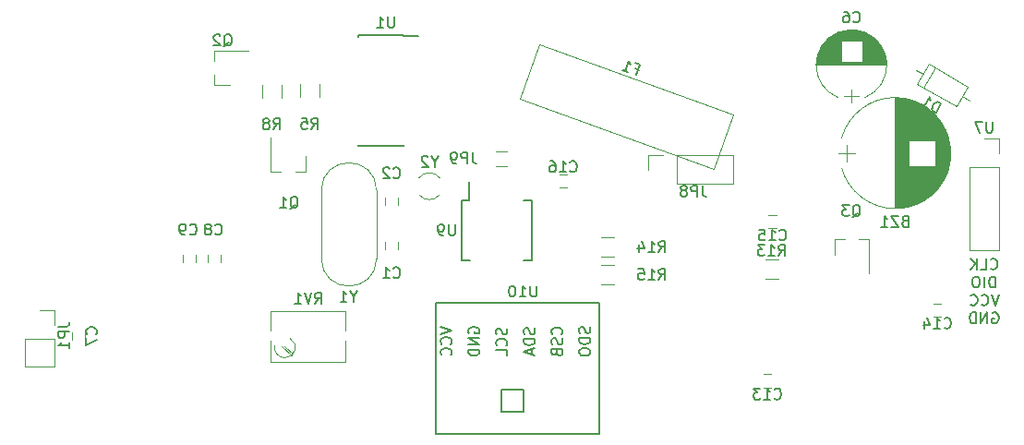
<source format=gbo>
G04 #@! TF.GenerationSoftware,KiCad,Pcbnew,(5.1.0)-1*
G04 #@! TF.CreationDate,2020-04-13T11:23:52+02:00*
G04 #@! TF.ProjectId,objet_chambre,6f626a65-745f-4636-9861-6d6272652e6b,rev?*
G04 #@! TF.SameCoordinates,PX9fa1b90PY2b1e160*
G04 #@! TF.FileFunction,Legend,Bot*
G04 #@! TF.FilePolarity,Positive*
%FSLAX46Y46*%
G04 Gerber Fmt 4.6, Leading zero omitted, Abs format (unit mm)*
G04 Created by KiCad (PCBNEW (5.1.0)-1) date 2020-04-13 11:23:52*
%MOMM*%
%LPD*%
G04 APERTURE LIST*
%ADD10C,0.150000*%
%ADD11C,0.120000*%
G04 APERTURE END LIST*
D10*
X76541238Y-3978142D02*
X76588857Y-4025761D01*
X76731714Y-4073380D01*
X76826952Y-4073380D01*
X76969809Y-4025761D01*
X77065047Y-3930523D01*
X77112666Y-3835285D01*
X77160285Y-3644809D01*
X77160285Y-3501952D01*
X77112666Y-3311476D01*
X77065047Y-3216238D01*
X76969809Y-3121000D01*
X76826952Y-3073380D01*
X76731714Y-3073380D01*
X76588857Y-3121000D01*
X76541238Y-3168619D01*
X75636476Y-4073380D02*
X76112666Y-4073380D01*
X76112666Y-3073380D01*
X75303142Y-4073380D02*
X75303142Y-3073380D01*
X74731714Y-4073380D02*
X75160285Y-3501952D01*
X74731714Y-3073380D02*
X75303142Y-3644809D01*
X76969809Y-5723380D02*
X76969809Y-4723380D01*
X76731714Y-4723380D01*
X76588857Y-4771000D01*
X76493619Y-4866238D01*
X76446000Y-4961476D01*
X76398380Y-5151952D01*
X76398380Y-5294809D01*
X76446000Y-5485285D01*
X76493619Y-5580523D01*
X76588857Y-5675761D01*
X76731714Y-5723380D01*
X76969809Y-5723380D01*
X75969809Y-5723380D02*
X75969809Y-4723380D01*
X75303142Y-4723380D02*
X75112666Y-4723380D01*
X75017428Y-4771000D01*
X74922190Y-4866238D01*
X74874571Y-5056714D01*
X74874571Y-5390047D01*
X74922190Y-5580523D01*
X75017428Y-5675761D01*
X75112666Y-5723380D01*
X75303142Y-5723380D01*
X75398380Y-5675761D01*
X75493619Y-5580523D01*
X75541238Y-5390047D01*
X75541238Y-5056714D01*
X75493619Y-4866238D01*
X75398380Y-4771000D01*
X75303142Y-4723380D01*
X77279333Y-6373380D02*
X76946000Y-7373380D01*
X76612666Y-6373380D01*
X75707904Y-7278142D02*
X75755523Y-7325761D01*
X75898380Y-7373380D01*
X75993619Y-7373380D01*
X76136476Y-7325761D01*
X76231714Y-7230523D01*
X76279333Y-7135285D01*
X76326952Y-6944809D01*
X76326952Y-6801952D01*
X76279333Y-6611476D01*
X76231714Y-6516238D01*
X76136476Y-6421000D01*
X75993619Y-6373380D01*
X75898380Y-6373380D01*
X75755523Y-6421000D01*
X75707904Y-6468619D01*
X74707904Y-7278142D02*
X74755523Y-7325761D01*
X74898380Y-7373380D01*
X74993619Y-7373380D01*
X75136476Y-7325761D01*
X75231714Y-7230523D01*
X75279333Y-7135285D01*
X75326952Y-6944809D01*
X75326952Y-6801952D01*
X75279333Y-6611476D01*
X75231714Y-6516238D01*
X75136476Y-6421000D01*
X74993619Y-6373380D01*
X74898380Y-6373380D01*
X74755523Y-6421000D01*
X74707904Y-6468619D01*
X76707904Y-8071000D02*
X76803142Y-8023380D01*
X76946000Y-8023380D01*
X77088857Y-8071000D01*
X77184095Y-8166238D01*
X77231714Y-8261476D01*
X77279333Y-8451952D01*
X77279333Y-8594809D01*
X77231714Y-8785285D01*
X77184095Y-8880523D01*
X77088857Y-8975761D01*
X76946000Y-9023380D01*
X76850761Y-9023380D01*
X76707904Y-8975761D01*
X76660285Y-8928142D01*
X76660285Y-8594809D01*
X76850761Y-8594809D01*
X76231714Y-9023380D02*
X76231714Y-8023380D01*
X75660285Y-9023380D01*
X75660285Y-8023380D01*
X75184095Y-9023380D02*
X75184095Y-8023380D01*
X74946000Y-8023380D01*
X74803142Y-8071000D01*
X74707904Y-8166238D01*
X74660285Y-8261476D01*
X74612666Y-8451952D01*
X74612666Y-8594809D01*
X74660285Y-8785285D01*
X74707904Y-8880523D01*
X74803142Y-8975761D01*
X74946000Y-9023380D01*
X75184095Y-9023380D01*
D11*
X62240000Y-1296000D02*
X62240000Y-2756000D01*
X65400000Y-1296000D02*
X65400000Y-4456000D01*
X65400000Y-1296000D02*
X64470000Y-1296000D01*
X62240000Y-1296000D02*
X63170000Y-1296000D01*
D10*
X25670000Y-7128000D02*
X40670000Y-7128000D01*
X40670000Y-7128000D02*
X40670000Y-19128000D01*
X40670000Y-19128000D02*
X25670000Y-19128000D01*
X25670000Y-19128000D02*
X25670000Y-7128000D01*
X31670000Y-17128000D02*
X31670000Y-15128000D01*
X31670000Y-15128000D02*
X33670000Y-15128000D01*
X33670000Y-15128000D02*
X33670000Y-17128000D01*
X33670000Y-17128000D02*
X31670000Y-17128000D01*
X22689000Y17357000D02*
X24064000Y17357000D01*
X22689000Y7232000D02*
X18539000Y7232000D01*
X22689000Y17382000D02*
X18539000Y17382000D01*
X22689000Y7232000D02*
X22689000Y7337000D01*
X18539000Y7232000D02*
X18539000Y7337000D01*
X18539000Y17382000D02*
X18539000Y17277000D01*
X22689000Y17382000D02*
X22689000Y17357000D01*
D11*
X32166000Y6776000D02*
X31166000Y6776000D01*
X31166000Y5416000D02*
X32166000Y5416000D01*
X4734000Y-2698000D02*
X4734000Y-3398000D01*
X5934000Y-3398000D02*
X5934000Y-2698000D01*
X63328000Y5854000D02*
X63328000Y7354000D01*
X62578000Y6604000D02*
X64078000Y6604000D01*
X72859000Y6325000D02*
X72859000Y6883000D01*
X72819000Y5932000D02*
X72819000Y7276000D01*
X72779000Y5691000D02*
X72779000Y7517000D01*
X72739000Y5500000D02*
X72739000Y7708000D01*
X72699000Y5339000D02*
X72699000Y7869000D01*
X72659000Y5197000D02*
X72659000Y8011000D01*
X72619000Y5068000D02*
X72619000Y8140000D01*
X72579000Y4950000D02*
X72579000Y8258000D01*
X72539000Y4841000D02*
X72539000Y8367000D01*
X72499000Y4738000D02*
X72499000Y8470000D01*
X72459000Y4642000D02*
X72459000Y8566000D01*
X72419000Y4551000D02*
X72419000Y8657000D01*
X72379000Y4464000D02*
X72379000Y8744000D01*
X72339000Y4382000D02*
X72339000Y8826000D01*
X72299000Y4303000D02*
X72299000Y8905000D01*
X72259000Y4227000D02*
X72259000Y8981000D01*
X72219000Y4155000D02*
X72219000Y9053000D01*
X72179000Y4085000D02*
X72179000Y9123000D01*
X72139000Y4017000D02*
X72139000Y9191000D01*
X72099000Y3952000D02*
X72099000Y9256000D01*
X72059000Y3889000D02*
X72059000Y9319000D01*
X72019000Y3827000D02*
X72019000Y9381000D01*
X71979000Y3768000D02*
X71979000Y9440000D01*
X71939000Y3710000D02*
X71939000Y9498000D01*
X71899000Y3655000D02*
X71899000Y9553000D01*
X71859000Y3600000D02*
X71859000Y9608000D01*
X71819000Y3547000D02*
X71819000Y9661000D01*
X71779000Y3496000D02*
X71779000Y9712000D01*
X71739000Y3446000D02*
X71739000Y9762000D01*
X71699000Y3397000D02*
X71699000Y9811000D01*
X71659000Y3349000D02*
X71659000Y9859000D01*
X71619000Y3302000D02*
X71619000Y9906000D01*
X71579000Y3257000D02*
X71579000Y9951000D01*
X71539000Y3213000D02*
X71539000Y9995000D01*
X71499000Y3169000D02*
X71499000Y10039000D01*
X71459000Y3127000D02*
X71459000Y10081000D01*
X71419000Y7785000D02*
X71419000Y10122000D01*
X71419000Y3086000D02*
X71419000Y5423000D01*
X71379000Y7785000D02*
X71379000Y10163000D01*
X71379000Y3045000D02*
X71379000Y5423000D01*
X71339000Y7785000D02*
X71339000Y10202000D01*
X71339000Y3006000D02*
X71339000Y5423000D01*
X71299000Y7785000D02*
X71299000Y10241000D01*
X71299000Y2967000D02*
X71299000Y5423000D01*
X71259000Y7785000D02*
X71259000Y10279000D01*
X71259000Y2929000D02*
X71259000Y5423000D01*
X71219000Y7785000D02*
X71219000Y10316000D01*
X71219000Y2892000D02*
X71219000Y5423000D01*
X71179000Y7785000D02*
X71179000Y10352000D01*
X71179000Y2856000D02*
X71179000Y5423000D01*
X71139000Y7785000D02*
X71139000Y10388000D01*
X71139000Y2820000D02*
X71139000Y5423000D01*
X71099000Y7785000D02*
X71099000Y10423000D01*
X71099000Y2785000D02*
X71099000Y5423000D01*
X71059000Y7785000D02*
X71059000Y10457000D01*
X71059000Y2751000D02*
X71059000Y5423000D01*
X71019000Y7785000D02*
X71019000Y10490000D01*
X71019000Y2718000D02*
X71019000Y5423000D01*
X70979000Y7785000D02*
X70979000Y10523000D01*
X70979000Y2685000D02*
X70979000Y5423000D01*
X70939000Y7785000D02*
X70939000Y10555000D01*
X70939000Y2653000D02*
X70939000Y5423000D01*
X70899000Y7785000D02*
X70899000Y10586000D01*
X70899000Y2622000D02*
X70899000Y5423000D01*
X70859000Y7785000D02*
X70859000Y10617000D01*
X70859000Y2591000D02*
X70859000Y5423000D01*
X70819000Y7785000D02*
X70819000Y10647000D01*
X70819000Y2561000D02*
X70819000Y5423000D01*
X70779000Y7785000D02*
X70779000Y10676000D01*
X70779000Y2532000D02*
X70779000Y5423000D01*
X70739000Y7785000D02*
X70739000Y10705000D01*
X70739000Y2503000D02*
X70739000Y5423000D01*
X70699000Y7785000D02*
X70699000Y10734000D01*
X70699000Y2474000D02*
X70699000Y5423000D01*
X70659000Y7785000D02*
X70659000Y10761000D01*
X70659000Y2447000D02*
X70659000Y5423000D01*
X70619000Y7785000D02*
X70619000Y10789000D01*
X70619000Y2419000D02*
X70619000Y5423000D01*
X70579000Y7785000D02*
X70579000Y10815000D01*
X70579000Y2393000D02*
X70579000Y5423000D01*
X70539000Y7785000D02*
X70539000Y10841000D01*
X70539000Y2367000D02*
X70539000Y5423000D01*
X70499000Y7785000D02*
X70499000Y10867000D01*
X70499000Y2341000D02*
X70499000Y5423000D01*
X70459000Y7785000D02*
X70459000Y10892000D01*
X70459000Y2316000D02*
X70459000Y5423000D01*
X70419000Y7785000D02*
X70419000Y10916000D01*
X70419000Y2292000D02*
X70419000Y5423000D01*
X70379000Y7785000D02*
X70379000Y10940000D01*
X70379000Y2268000D02*
X70379000Y5423000D01*
X70339000Y7785000D02*
X70339000Y10964000D01*
X70339000Y2244000D02*
X70339000Y5423000D01*
X70299000Y7785000D02*
X70299000Y10987000D01*
X70299000Y2221000D02*
X70299000Y5423000D01*
X70259000Y7785000D02*
X70259000Y11009000D01*
X70259000Y2199000D02*
X70259000Y5423000D01*
X70219000Y7785000D02*
X70219000Y11032000D01*
X70219000Y2176000D02*
X70219000Y5423000D01*
X70179000Y7785000D02*
X70179000Y11053000D01*
X70179000Y2155000D02*
X70179000Y5423000D01*
X70139000Y7785000D02*
X70139000Y11074000D01*
X70139000Y2134000D02*
X70139000Y5423000D01*
X70099000Y7785000D02*
X70099000Y11095000D01*
X70099000Y2113000D02*
X70099000Y5423000D01*
X70059000Y7785000D02*
X70059000Y11115000D01*
X70059000Y2093000D02*
X70059000Y5423000D01*
X70019000Y7785000D02*
X70019000Y11135000D01*
X70019000Y2073000D02*
X70019000Y5423000D01*
X69979000Y7785000D02*
X69979000Y11154000D01*
X69979000Y2054000D02*
X69979000Y5423000D01*
X69939000Y7785000D02*
X69939000Y11173000D01*
X69939000Y2035000D02*
X69939000Y5423000D01*
X69899000Y7785000D02*
X69899000Y11192000D01*
X69899000Y2016000D02*
X69899000Y5423000D01*
X69859000Y7785000D02*
X69859000Y11210000D01*
X69859000Y1998000D02*
X69859000Y5423000D01*
X69819000Y7785000D02*
X69819000Y11228000D01*
X69819000Y1980000D02*
X69819000Y5423000D01*
X69779000Y7785000D02*
X69779000Y11245000D01*
X69779000Y1963000D02*
X69779000Y5423000D01*
X69739000Y7785000D02*
X69739000Y11262000D01*
X69739000Y1946000D02*
X69739000Y5423000D01*
X69699000Y7785000D02*
X69699000Y11278000D01*
X69699000Y1930000D02*
X69699000Y5423000D01*
X69659000Y7785000D02*
X69659000Y11295000D01*
X69659000Y1913000D02*
X69659000Y5423000D01*
X69619000Y7785000D02*
X69619000Y11310000D01*
X69619000Y1898000D02*
X69619000Y5423000D01*
X69579000Y7785000D02*
X69579000Y11326000D01*
X69579000Y1882000D02*
X69579000Y5423000D01*
X69539000Y7785000D02*
X69539000Y11341000D01*
X69539000Y1867000D02*
X69539000Y5423000D01*
X69499000Y7785000D02*
X69499000Y11355000D01*
X69499000Y1853000D02*
X69499000Y5423000D01*
X69459000Y7785000D02*
X69459000Y11369000D01*
X69459000Y1839000D02*
X69459000Y5423000D01*
X69419000Y7785000D02*
X69419000Y11383000D01*
X69419000Y1825000D02*
X69419000Y5423000D01*
X69379000Y7785000D02*
X69379000Y11396000D01*
X69379000Y1812000D02*
X69379000Y5423000D01*
X69339000Y7785000D02*
X69339000Y11410000D01*
X69339000Y1798000D02*
X69339000Y5423000D01*
X69299000Y7785000D02*
X69299000Y11422000D01*
X69299000Y1786000D02*
X69299000Y5423000D01*
X69259000Y7785000D02*
X69259000Y11435000D01*
X69259000Y1773000D02*
X69259000Y5423000D01*
X69219000Y7785000D02*
X69219000Y11447000D01*
X69219000Y1761000D02*
X69219000Y5423000D01*
X69179000Y7785000D02*
X69179000Y11458000D01*
X69179000Y1750000D02*
X69179000Y5423000D01*
X69139000Y7785000D02*
X69139000Y11469000D01*
X69139000Y1739000D02*
X69139000Y5423000D01*
X69099000Y7785000D02*
X69099000Y11480000D01*
X69099000Y1728000D02*
X69099000Y5423000D01*
X69059000Y1717000D02*
X69059000Y11491000D01*
X69019000Y1707000D02*
X69019000Y11501000D01*
X68979000Y1697000D02*
X68979000Y11511000D01*
X68939000Y1687000D02*
X68939000Y11521000D01*
X68899000Y1678000D02*
X68899000Y11530000D01*
X68859000Y1669000D02*
X68859000Y11539000D01*
X68819000Y1661000D02*
X68819000Y11547000D01*
X68779000Y1653000D02*
X68779000Y11555000D01*
X68739000Y1645000D02*
X68739000Y11563000D01*
X68699000Y1637000D02*
X68699000Y11571000D01*
X68659000Y1630000D02*
X68659000Y11578000D01*
X68619000Y1623000D02*
X68619000Y11585000D01*
X68579000Y1617000D02*
X68579000Y11591000D01*
X68539000Y1611000D02*
X68539000Y11597000D01*
X68499000Y1605000D02*
X68499000Y11603000D01*
X68458000Y1599000D02*
X68458000Y11609000D01*
X68418000Y1594000D02*
X68418000Y11614000D01*
X68378000Y1589000D02*
X68378000Y11619000D01*
X68338000Y1584000D02*
X68338000Y11624000D01*
X68298000Y1580000D02*
X68298000Y11628000D01*
X68258000Y1576000D02*
X68258000Y11632000D01*
X68218000Y1573000D02*
X68218000Y11635000D01*
X68178000Y1569000D02*
X68178000Y11639000D01*
X68138000Y1566000D02*
X68138000Y11642000D01*
X68098000Y1564000D02*
X68098000Y11644000D01*
X68058000Y1561000D02*
X68058000Y11647000D01*
X68018000Y1559000D02*
X68018000Y11649000D01*
X67978000Y1557000D02*
X67978000Y11651000D01*
X67938000Y1556000D02*
X67938000Y11652000D01*
X67898000Y1555000D02*
X67898000Y11653000D01*
X67858000Y1554000D02*
X67858000Y11654000D01*
X67818000Y1554000D02*
X67818000Y11654000D01*
X67778000Y1554000D02*
X67778000Y11654000D01*
X72676437Y7987264D02*
G75*
G02X72677357Y5224000I-4898437J-1383264D01*
G01*
X72676437Y7987264D02*
G75*
G03X62878643Y7984000I-4898437J-1383264D01*
G01*
X72676437Y5220736D02*
G75*
G02X62878643Y5224000I-4898437J1383264D01*
G01*
X22214000Y-2227000D02*
X22214000Y-1527000D01*
X21014000Y-1527000D02*
X21014000Y-2227000D01*
X21014000Y2537000D02*
X21014000Y1837000D01*
X22214000Y1837000D02*
X22214000Y2537000D01*
X64432000Y11834000D02*
X63132000Y11834000D01*
X63782000Y11234000D02*
X63782000Y12434000D01*
X64250000Y17885000D02*
X63314000Y17885000D01*
X64458000Y17845000D02*
X63106000Y17845000D01*
X64616000Y17805000D02*
X62948000Y17805000D01*
X64748000Y17765000D02*
X62816000Y17765000D01*
X64863000Y17725000D02*
X62701000Y17725000D01*
X64966000Y17685000D02*
X62598000Y17685000D01*
X65060000Y17645000D02*
X62504000Y17645000D01*
X65146000Y17605000D02*
X62418000Y17605000D01*
X65227000Y17565000D02*
X62337000Y17565000D01*
X65302000Y17525000D02*
X62262000Y17525000D01*
X65373000Y17485000D02*
X62191000Y17485000D01*
X65440000Y17445000D02*
X62124000Y17445000D01*
X65503000Y17405000D02*
X62061000Y17405000D01*
X65563000Y17365000D02*
X62001000Y17365000D01*
X65621000Y17325000D02*
X61943000Y17325000D01*
X65676000Y17285000D02*
X61888000Y17285000D01*
X65728000Y17245000D02*
X61836000Y17245000D01*
X65779000Y17205000D02*
X61785000Y17205000D01*
X65827000Y17165000D02*
X61737000Y17165000D01*
X65874000Y17125000D02*
X61690000Y17125000D01*
X65919000Y17085000D02*
X61645000Y17085000D01*
X65962000Y17045000D02*
X61602000Y17045000D01*
X66004000Y17005000D02*
X61560000Y17005000D01*
X66044000Y16965000D02*
X61520000Y16965000D01*
X66083000Y16925000D02*
X61481000Y16925000D01*
X62802000Y16885000D02*
X61443000Y16885000D01*
X66121000Y16885000D02*
X64762000Y16885000D01*
X62802000Y16845000D02*
X61407000Y16845000D01*
X66157000Y16845000D02*
X64762000Y16845000D01*
X62802000Y16805000D02*
X61371000Y16805000D01*
X66193000Y16805000D02*
X64762000Y16805000D01*
X62802000Y16765000D02*
X61337000Y16765000D01*
X66227000Y16765000D02*
X64762000Y16765000D01*
X62802000Y16725000D02*
X61304000Y16725000D01*
X66260000Y16725000D02*
X64762000Y16725000D01*
X62802000Y16685000D02*
X61272000Y16685000D01*
X66292000Y16685000D02*
X64762000Y16685000D01*
X62802000Y16645000D02*
X61242000Y16645000D01*
X66322000Y16645000D02*
X64762000Y16645000D01*
X62802000Y16605000D02*
X61212000Y16605000D01*
X66352000Y16605000D02*
X64762000Y16605000D01*
X62802000Y16565000D02*
X61183000Y16565000D01*
X66381000Y16565000D02*
X64762000Y16565000D01*
X62802000Y16525000D02*
X61155000Y16525000D01*
X66409000Y16525000D02*
X64762000Y16525000D01*
X62802000Y16485000D02*
X61128000Y16485000D01*
X66436000Y16485000D02*
X64762000Y16485000D01*
X62802000Y16445000D02*
X61101000Y16445000D01*
X66463000Y16445000D02*
X64762000Y16445000D01*
X62802000Y16405000D02*
X61076000Y16405000D01*
X66488000Y16405000D02*
X64762000Y16405000D01*
X62802000Y16365000D02*
X61051000Y16365000D01*
X66513000Y16365000D02*
X64762000Y16365000D01*
X62802000Y16325000D02*
X61027000Y16325000D01*
X66537000Y16325000D02*
X64762000Y16325000D01*
X62802000Y16285000D02*
X61004000Y16285000D01*
X66560000Y16285000D02*
X64762000Y16285000D01*
X62802000Y16245000D02*
X60982000Y16245000D01*
X66582000Y16245000D02*
X64762000Y16245000D01*
X62802000Y16205000D02*
X60960000Y16205000D01*
X66604000Y16205000D02*
X64762000Y16205000D01*
X62802000Y16165000D02*
X60939000Y16165000D01*
X66625000Y16165000D02*
X64762000Y16165000D01*
X62802000Y16125000D02*
X60919000Y16125000D01*
X66645000Y16125000D02*
X64762000Y16125000D01*
X62802000Y16085000D02*
X60900000Y16085000D01*
X66664000Y16085000D02*
X64762000Y16085000D01*
X62802000Y16045000D02*
X60881000Y16045000D01*
X66683000Y16045000D02*
X64762000Y16045000D01*
X62802000Y16005000D02*
X60863000Y16005000D01*
X66701000Y16005000D02*
X64762000Y16005000D01*
X62802000Y15965000D02*
X60845000Y15965000D01*
X66719000Y15965000D02*
X64762000Y15965000D01*
X62802000Y15925000D02*
X60828000Y15925000D01*
X66736000Y15925000D02*
X64762000Y15925000D01*
X62802000Y15885000D02*
X60812000Y15885000D01*
X66752000Y15885000D02*
X64762000Y15885000D01*
X62802000Y15845000D02*
X60796000Y15845000D01*
X66768000Y15845000D02*
X64762000Y15845000D01*
X62802000Y15805000D02*
X60781000Y15805000D01*
X66783000Y15805000D02*
X64762000Y15805000D01*
X62802000Y15765000D02*
X60767000Y15765000D01*
X66797000Y15765000D02*
X64762000Y15765000D01*
X62802000Y15725000D02*
X60753000Y15725000D01*
X66811000Y15725000D02*
X64762000Y15725000D01*
X62802000Y15685000D02*
X60740000Y15685000D01*
X66824000Y15685000D02*
X64762000Y15685000D01*
X62802000Y15645000D02*
X60727000Y15645000D01*
X66837000Y15645000D02*
X64762000Y15645000D01*
X62802000Y15605000D02*
X60715000Y15605000D01*
X66849000Y15605000D02*
X64762000Y15605000D01*
X62802000Y15565000D02*
X60703000Y15565000D01*
X66861000Y15565000D02*
X64762000Y15565000D01*
X62802000Y15525000D02*
X60692000Y15525000D01*
X66872000Y15525000D02*
X64762000Y15525000D01*
X62802000Y15485000D02*
X60682000Y15485000D01*
X66882000Y15485000D02*
X64762000Y15485000D01*
X62802000Y15445000D02*
X60672000Y15445000D01*
X66892000Y15445000D02*
X64762000Y15445000D01*
X62802000Y15405000D02*
X60663000Y15405000D01*
X66901000Y15405000D02*
X64762000Y15405000D01*
X62802000Y15364000D02*
X60654000Y15364000D01*
X66910000Y15364000D02*
X64762000Y15364000D01*
X62802000Y15324000D02*
X60645000Y15324000D01*
X66919000Y15324000D02*
X64762000Y15324000D01*
X62802000Y15284000D02*
X60638000Y15284000D01*
X66926000Y15284000D02*
X64762000Y15284000D01*
X62802000Y15244000D02*
X60630000Y15244000D01*
X66934000Y15244000D02*
X64762000Y15244000D01*
X62802000Y15204000D02*
X60624000Y15204000D01*
X66940000Y15204000D02*
X64762000Y15204000D01*
X62802000Y15164000D02*
X60617000Y15164000D01*
X66947000Y15164000D02*
X64762000Y15164000D01*
X62802000Y15124000D02*
X60612000Y15124000D01*
X66952000Y15124000D02*
X64762000Y15124000D01*
X62802000Y15084000D02*
X60606000Y15084000D01*
X66958000Y15084000D02*
X64762000Y15084000D01*
X62802000Y15044000D02*
X60602000Y15044000D01*
X66962000Y15044000D02*
X64762000Y15044000D01*
X62802000Y15004000D02*
X60597000Y15004000D01*
X66967000Y15004000D02*
X64762000Y15004000D01*
X62802000Y14964000D02*
X60594000Y14964000D01*
X66970000Y14964000D02*
X64762000Y14964000D01*
X66974000Y14924000D02*
X60590000Y14924000D01*
X66976000Y14884000D02*
X60588000Y14884000D01*
X66979000Y14844000D02*
X60585000Y14844000D01*
X66980000Y14804000D02*
X60584000Y14804000D01*
X66982000Y14764000D02*
X60582000Y14764000D01*
X66982000Y14724000D02*
X60582000Y14724000D01*
X66982000Y14684000D02*
X60582000Y14684000D01*
X62602864Y17701820D02*
G75*
G02X64962000Y17701482I1179136J-3017820D01*
G01*
X62602864Y17701820D02*
G75*
G03X62602000Y11666518I1179136J-3017820D01*
G01*
X64961136Y17701820D02*
G75*
G02X64962000Y11666518I-1179136J-3017820D01*
G01*
X-6512000Y-10510000D02*
X-6512000Y-9810000D01*
X-7712000Y-9810000D02*
X-7712000Y-10510000D01*
X2448000Y-2698000D02*
X2448000Y-3398000D01*
X3648000Y-3398000D02*
X3648000Y-2698000D01*
X56418000Y-13688000D02*
X55718000Y-13688000D01*
X55718000Y-14888000D02*
X56418000Y-14888000D01*
X71278000Y-8388000D02*
X71978000Y-8388000D01*
X71978000Y-7188000D02*
X71278000Y-7188000D01*
X56186000Y-313200D02*
X56886000Y-313200D01*
X56886000Y886800D02*
X56186000Y886800D01*
X36988000Y3464000D02*
X37688000Y3464000D01*
X37688000Y4664000D02*
X36988000Y4664000D01*
X70391121Y12609013D02*
X71451121Y14444987D01*
X74584409Y11412000D02*
X73917569Y11797000D01*
X69682705Y14242000D02*
X70349544Y13857000D01*
X73387569Y10879013D02*
X69819544Y12939013D01*
X74447569Y12714987D02*
X73387569Y10879013D01*
X70879544Y14774987D02*
X74447569Y12714987D01*
X69819544Y12939013D02*
X70879544Y14774987D01*
X33371303Y11581420D02*
X51131494Y5117239D01*
X33371303Y11581420D02*
X35184010Y16561791D01*
X52944201Y10097610D02*
X51131494Y5117239D01*
X52944201Y10097610D02*
X35184010Y16561791D01*
X-9338000Y-7814000D02*
X-10668000Y-7814000D01*
X-9338000Y-9144000D02*
X-9338000Y-7814000D01*
X-9338000Y-10414000D02*
X-11998000Y-10414000D01*
X-11998000Y-10414000D02*
X-11998000Y-13014000D01*
X-9338000Y-10414000D02*
X-9338000Y-13014000D01*
X-9338000Y-13014000D02*
X-11998000Y-13014000D01*
X45152000Y6410000D02*
X45152000Y5080000D01*
X46482000Y6410000D02*
X45152000Y6410000D01*
X47752000Y6410000D02*
X47752000Y3750000D01*
X47752000Y3750000D02*
X52892000Y3750000D01*
X47752000Y6410000D02*
X52892000Y6410000D01*
X52892000Y6410000D02*
X52892000Y3750000D01*
X13694000Y4852000D02*
X12764000Y4852000D01*
X10534000Y4852000D02*
X11464000Y4852000D01*
X10534000Y4852000D02*
X10534000Y8012000D01*
X13694000Y4852000D02*
X13694000Y6312000D01*
X5354000Y12837000D02*
X6814000Y12837000D01*
X5354000Y15997000D02*
X8514000Y15997000D01*
X5354000Y15997000D02*
X5354000Y15067000D01*
X5354000Y12837000D02*
X5354000Y13767000D01*
X13234000Y12907000D02*
X13234000Y11707000D01*
X14994000Y11707000D02*
X14994000Y12907000D01*
X9734000Y12872000D02*
X9734000Y11672000D01*
X11494000Y11672000D02*
X11494000Y12872000D01*
X57068000Y-3184000D02*
X55868000Y-3184000D01*
X55868000Y-4944000D02*
X57068000Y-4944000D01*
X40802000Y-2912000D02*
X42002000Y-2912000D01*
X42002000Y-1152000D02*
X40802000Y-1152000D01*
X42002000Y-3692000D02*
X40802000Y-3692000D01*
X40802000Y-5452000D02*
X42002000Y-5452000D01*
X11800000Y-11080000D02*
X12555000Y-11835000D01*
X11565000Y-11076000D02*
X12439000Y-11951000D01*
X10555000Y-10626000D02*
X10555000Y-12560000D01*
X10555000Y-7940000D02*
X10555000Y-9695000D01*
X17385000Y-10626000D02*
X17385000Y-12560000D01*
X17385000Y-7940000D02*
X17385000Y-9695000D01*
X17385000Y-12560000D02*
X10555000Y-12560000D01*
X17385000Y-7940000D02*
X10555000Y-7940000D01*
X11818944Y-12178737D02*
G75*
G03X12309000Y-10408000I16056J948737D01*
G01*
X10899433Y-11065034D02*
G75*
G03X11835000Y-12180000I935567J-164966D01*
G01*
X77276000Y-2346000D02*
X74616000Y-2346000D01*
X77276000Y5334000D02*
X77276000Y-2346000D01*
X74616000Y5334000D02*
X74616000Y-2346000D01*
X77276000Y5334000D02*
X74616000Y5334000D01*
X77276000Y6604000D02*
X77276000Y7934000D01*
X77276000Y7934000D02*
X75946000Y7934000D01*
D10*
X28692000Y2242000D02*
X28692000Y3992000D01*
X34447000Y2242000D02*
X34447000Y-3258000D01*
X28037000Y2242000D02*
X28037000Y-3258000D01*
X34447000Y2242000D02*
X33697000Y2242000D01*
X34447000Y-3258000D02*
X33697000Y-3258000D01*
X28037000Y-3258000D02*
X28787000Y-3258000D01*
X28037000Y2242000D02*
X28692000Y2242000D01*
D11*
X15177000Y3180000D02*
G75*
G02X20227000Y3180000I2525000J0D01*
G01*
X15177000Y-3070000D02*
G75*
G03X20227000Y-3070000I2525000J0D01*
G01*
X15177000Y-3070000D02*
X15177000Y3180000D01*
X20227000Y-3070000D02*
X20227000Y3180000D01*
X24130439Y2774186D02*
G75*
G03X26030000Y2774719I949561J781814D01*
G01*
X24130439Y4337814D02*
G75*
G02X26030000Y4337281I949561J-781814D01*
G01*
D10*
X63849238Y722381D02*
X63944476Y770000D01*
X64039714Y865239D01*
X64182571Y1008096D01*
X64277809Y1055715D01*
X64373047Y1055715D01*
X64325428Y817620D02*
X64420666Y865239D01*
X64515904Y960477D01*
X64563523Y1150953D01*
X64563523Y1484286D01*
X64515904Y1674762D01*
X64420666Y1770000D01*
X64325428Y1817620D01*
X64134952Y1817620D01*
X64039714Y1770000D01*
X63944476Y1674762D01*
X63896857Y1484286D01*
X63896857Y1150953D01*
X63944476Y960477D01*
X64039714Y865239D01*
X64134952Y817620D01*
X64325428Y817620D01*
X63563523Y1817620D02*
X62944476Y1817620D01*
X63277809Y1436667D01*
X63134952Y1436667D01*
X63039714Y1389048D01*
X62992095Y1341429D01*
X62944476Y1246191D01*
X62944476Y1008096D01*
X62992095Y912858D01*
X63039714Y865239D01*
X63134952Y817620D01*
X63420666Y817620D01*
X63515904Y865239D01*
X63563523Y912858D01*
X34908095Y-5580380D02*
X34908095Y-6389904D01*
X34860476Y-6485142D01*
X34812857Y-6532761D01*
X34717619Y-6580380D01*
X34527142Y-6580380D01*
X34431904Y-6532761D01*
X34384285Y-6485142D01*
X34336666Y-6389904D01*
X34336666Y-5580380D01*
X33336666Y-6580380D02*
X33908095Y-6580380D01*
X33622380Y-6580380D02*
X33622380Y-5580380D01*
X33717619Y-5723238D01*
X33812857Y-5818476D01*
X33908095Y-5866095D01*
X32717619Y-5580380D02*
X32622380Y-5580380D01*
X32527142Y-5628000D01*
X32479523Y-5675619D01*
X32431904Y-5770857D01*
X32384285Y-5961333D01*
X32384285Y-6199428D01*
X32431904Y-6389904D01*
X32479523Y-6485142D01*
X32527142Y-6532761D01*
X32622380Y-6580380D01*
X32717619Y-6580380D01*
X32812857Y-6532761D01*
X32860476Y-6485142D01*
X32908095Y-6389904D01*
X32955714Y-6199428D01*
X32955714Y-5961333D01*
X32908095Y-5770857D01*
X32860476Y-5675619D01*
X32812857Y-5628000D01*
X32717619Y-5580380D01*
X26122380Y-9334666D02*
X27122380Y-9668000D01*
X26122380Y-10001333D01*
X27027142Y-10906095D02*
X27074761Y-10858476D01*
X27122380Y-10715619D01*
X27122380Y-10620380D01*
X27074761Y-10477523D01*
X26979523Y-10382285D01*
X26884285Y-10334666D01*
X26693809Y-10287047D01*
X26550952Y-10287047D01*
X26360476Y-10334666D01*
X26265238Y-10382285D01*
X26170000Y-10477523D01*
X26122380Y-10620380D01*
X26122380Y-10715619D01*
X26170000Y-10858476D01*
X26217619Y-10906095D01*
X27027142Y-11906095D02*
X27074761Y-11858476D01*
X27122380Y-11715619D01*
X27122380Y-11620380D01*
X27074761Y-11477523D01*
X26979523Y-11382285D01*
X26884285Y-11334666D01*
X26693809Y-11287047D01*
X26550952Y-11287047D01*
X26360476Y-11334666D01*
X26265238Y-11382285D01*
X26170000Y-11477523D01*
X26122380Y-11620380D01*
X26122380Y-11715619D01*
X26170000Y-11858476D01*
X26217619Y-11906095D01*
X28710000Y-9906095D02*
X28662380Y-9810857D01*
X28662380Y-9668000D01*
X28710000Y-9525142D01*
X28805238Y-9429904D01*
X28900476Y-9382285D01*
X29090952Y-9334666D01*
X29233809Y-9334666D01*
X29424285Y-9382285D01*
X29519523Y-9429904D01*
X29614761Y-9525142D01*
X29662380Y-9668000D01*
X29662380Y-9763238D01*
X29614761Y-9906095D01*
X29567142Y-9953714D01*
X29233809Y-9953714D01*
X29233809Y-9763238D01*
X29662380Y-10382285D02*
X28662380Y-10382285D01*
X29662380Y-10953714D01*
X28662380Y-10953714D01*
X29662380Y-11429904D02*
X28662380Y-11429904D01*
X28662380Y-11668000D01*
X28710000Y-11810857D01*
X28805238Y-11906095D01*
X28900476Y-11953714D01*
X29090952Y-12001333D01*
X29233809Y-12001333D01*
X29424285Y-11953714D01*
X29519523Y-11906095D01*
X29614761Y-11810857D01*
X29662380Y-11668000D01*
X29662380Y-11429904D01*
X32154761Y-9477523D02*
X32202380Y-9620380D01*
X32202380Y-9858476D01*
X32154761Y-9953714D01*
X32107142Y-10001333D01*
X32011904Y-10048952D01*
X31916666Y-10048952D01*
X31821428Y-10001333D01*
X31773809Y-9953714D01*
X31726190Y-9858476D01*
X31678571Y-9668000D01*
X31630952Y-9572761D01*
X31583333Y-9525142D01*
X31488095Y-9477523D01*
X31392857Y-9477523D01*
X31297619Y-9525142D01*
X31250000Y-9572761D01*
X31202380Y-9668000D01*
X31202380Y-9906095D01*
X31250000Y-10048952D01*
X32107142Y-11048952D02*
X32154761Y-11001333D01*
X32202380Y-10858476D01*
X32202380Y-10763238D01*
X32154761Y-10620380D01*
X32059523Y-10525142D01*
X31964285Y-10477523D01*
X31773809Y-10429904D01*
X31630952Y-10429904D01*
X31440476Y-10477523D01*
X31345238Y-10525142D01*
X31250000Y-10620380D01*
X31202380Y-10763238D01*
X31202380Y-10858476D01*
X31250000Y-11001333D01*
X31297619Y-11048952D01*
X32202380Y-11953714D02*
X32202380Y-11477523D01*
X31202380Y-11477523D01*
X34694761Y-9453714D02*
X34742380Y-9596571D01*
X34742380Y-9834666D01*
X34694761Y-9929904D01*
X34647142Y-9977523D01*
X34551904Y-10025142D01*
X34456666Y-10025142D01*
X34361428Y-9977523D01*
X34313809Y-9929904D01*
X34266190Y-9834666D01*
X34218571Y-9644190D01*
X34170952Y-9548952D01*
X34123333Y-9501333D01*
X34028095Y-9453714D01*
X33932857Y-9453714D01*
X33837619Y-9501333D01*
X33790000Y-9548952D01*
X33742380Y-9644190D01*
X33742380Y-9882285D01*
X33790000Y-10025142D01*
X34742380Y-10453714D02*
X33742380Y-10453714D01*
X33742380Y-10691809D01*
X33790000Y-10834666D01*
X33885238Y-10929904D01*
X33980476Y-10977523D01*
X34170952Y-11025142D01*
X34313809Y-11025142D01*
X34504285Y-10977523D01*
X34599523Y-10929904D01*
X34694761Y-10834666D01*
X34742380Y-10691809D01*
X34742380Y-10453714D01*
X34456666Y-11406095D02*
X34456666Y-11882285D01*
X34742380Y-11310857D02*
X33742380Y-11644190D01*
X34742380Y-11977523D01*
X37187142Y-10001333D02*
X37234761Y-9953714D01*
X37282380Y-9810857D01*
X37282380Y-9715619D01*
X37234761Y-9572761D01*
X37139523Y-9477523D01*
X37044285Y-9429904D01*
X36853809Y-9382285D01*
X36710952Y-9382285D01*
X36520476Y-9429904D01*
X36425238Y-9477523D01*
X36330000Y-9572761D01*
X36282380Y-9715619D01*
X36282380Y-9810857D01*
X36330000Y-9953714D01*
X36377619Y-10001333D01*
X37234761Y-10382285D02*
X37282380Y-10525142D01*
X37282380Y-10763238D01*
X37234761Y-10858476D01*
X37187142Y-10906095D01*
X37091904Y-10953714D01*
X36996666Y-10953714D01*
X36901428Y-10906095D01*
X36853809Y-10858476D01*
X36806190Y-10763238D01*
X36758571Y-10572761D01*
X36710952Y-10477523D01*
X36663333Y-10429904D01*
X36568095Y-10382285D01*
X36472857Y-10382285D01*
X36377619Y-10429904D01*
X36330000Y-10477523D01*
X36282380Y-10572761D01*
X36282380Y-10810857D01*
X36330000Y-10953714D01*
X36758571Y-11715619D02*
X36806190Y-11858476D01*
X36853809Y-11906095D01*
X36949047Y-11953714D01*
X37091904Y-11953714D01*
X37187142Y-11906095D01*
X37234761Y-11858476D01*
X37282380Y-11763238D01*
X37282380Y-11382285D01*
X36282380Y-11382285D01*
X36282380Y-11715619D01*
X36330000Y-11810857D01*
X36377619Y-11858476D01*
X36472857Y-11906095D01*
X36568095Y-11906095D01*
X36663333Y-11858476D01*
X36710952Y-11810857D01*
X36758571Y-11715619D01*
X36758571Y-11382285D01*
X39774761Y-9358476D02*
X39822380Y-9501333D01*
X39822380Y-9739428D01*
X39774761Y-9834666D01*
X39727142Y-9882285D01*
X39631904Y-9929904D01*
X39536666Y-9929904D01*
X39441428Y-9882285D01*
X39393809Y-9834666D01*
X39346190Y-9739428D01*
X39298571Y-9548952D01*
X39250952Y-9453714D01*
X39203333Y-9406095D01*
X39108095Y-9358476D01*
X39012857Y-9358476D01*
X38917619Y-9406095D01*
X38870000Y-9453714D01*
X38822380Y-9548952D01*
X38822380Y-9787047D01*
X38870000Y-9929904D01*
X39822380Y-10358476D02*
X38822380Y-10358476D01*
X38822380Y-10596571D01*
X38870000Y-10739428D01*
X38965238Y-10834666D01*
X39060476Y-10882285D01*
X39250952Y-10929904D01*
X39393809Y-10929904D01*
X39584285Y-10882285D01*
X39679523Y-10834666D01*
X39774761Y-10739428D01*
X39822380Y-10596571D01*
X39822380Y-10358476D01*
X38822380Y-11548952D02*
X38822380Y-11739428D01*
X38870000Y-11834666D01*
X38965238Y-11929904D01*
X39155714Y-11977523D01*
X39489047Y-11977523D01*
X39679523Y-11929904D01*
X39774761Y-11834666D01*
X39822380Y-11739428D01*
X39822380Y-11548952D01*
X39774761Y-11453714D01*
X39679523Y-11358476D01*
X39489047Y-11310857D01*
X39155714Y-11310857D01*
X38965238Y-11358476D01*
X38870000Y-11453714D01*
X38822380Y-11548952D01*
X21843904Y19089620D02*
X21843904Y18280096D01*
X21796285Y18184858D01*
X21748666Y18137239D01*
X21653428Y18089620D01*
X21462952Y18089620D01*
X21367714Y18137239D01*
X21320095Y18184858D01*
X21272476Y18280096D01*
X21272476Y19089620D01*
X20272476Y18089620D02*
X20843904Y18089620D01*
X20558190Y18089620D02*
X20558190Y19089620D01*
X20653428Y18946762D01*
X20748666Y18851524D01*
X20843904Y18803905D01*
X29027333Y6643620D02*
X29027333Y5929334D01*
X29074952Y5786477D01*
X29170190Y5691239D01*
X29313047Y5643620D01*
X29408285Y5643620D01*
X28551142Y5643620D02*
X28551142Y6643620D01*
X28170190Y6643620D01*
X28074952Y6596000D01*
X28027333Y6548381D01*
X27979714Y6453143D01*
X27979714Y6310286D01*
X28027333Y6215048D01*
X28074952Y6167429D01*
X28170190Y6119810D01*
X28551142Y6119810D01*
X27503523Y5643620D02*
X27313047Y5643620D01*
X27217809Y5691239D01*
X27170190Y5738858D01*
X27074952Y5881715D01*
X27027333Y6072191D01*
X27027333Y6453143D01*
X27074952Y6548381D01*
X27122571Y6596000D01*
X27217809Y6643620D01*
X27408285Y6643620D01*
X27503523Y6596000D01*
X27551142Y6548381D01*
X27598761Y6453143D01*
X27598761Y6215048D01*
X27551142Y6119810D01*
X27503523Y6072191D01*
X27408285Y6024572D01*
X27217809Y6024572D01*
X27122571Y6072191D01*
X27074952Y6119810D01*
X27027333Y6215048D01*
X5444666Y-811142D02*
X5492285Y-858761D01*
X5635142Y-906380D01*
X5730380Y-906380D01*
X5873238Y-858761D01*
X5968476Y-763523D01*
X6016095Y-668285D01*
X6063714Y-477809D01*
X6063714Y-334952D01*
X6016095Y-144476D01*
X5968476Y-49238D01*
X5873238Y46000D01*
X5730380Y93620D01*
X5635142Y93620D01*
X5492285Y46000D01*
X5444666Y-1619D01*
X4873238Y-334952D02*
X4968476Y-287333D01*
X5016095Y-239714D01*
X5063714Y-144476D01*
X5063714Y-96857D01*
X5016095Y-1619D01*
X4968476Y46000D01*
X4873238Y93620D01*
X4682761Y93620D01*
X4587523Y46000D01*
X4539904Y-1619D01*
X4492285Y-96857D01*
X4492285Y-144476D01*
X4539904Y-239714D01*
X4587523Y-287333D01*
X4682761Y-334952D01*
X4873238Y-334952D01*
X4968476Y-382571D01*
X5016095Y-430190D01*
X5063714Y-525428D01*
X5063714Y-715904D01*
X5016095Y-811142D01*
X4968476Y-858761D01*
X4873238Y-906380D01*
X4682761Y-906380D01*
X4587523Y-858761D01*
X4539904Y-811142D01*
X4492285Y-715904D01*
X4492285Y-525428D01*
X4539904Y-430190D01*
X4587523Y-382571D01*
X4682761Y-334952D01*
X68658952Y365429D02*
X68516095Y317810D01*
X68468476Y270191D01*
X68420857Y174953D01*
X68420857Y32096D01*
X68468476Y-63142D01*
X68516095Y-110761D01*
X68611333Y-158380D01*
X68992285Y-158380D01*
X68992285Y841620D01*
X68658952Y841620D01*
X68563714Y794000D01*
X68516095Y746381D01*
X68468476Y651143D01*
X68468476Y555905D01*
X68516095Y460667D01*
X68563714Y413048D01*
X68658952Y365429D01*
X68992285Y365429D01*
X68087523Y841620D02*
X67420857Y841620D01*
X68087523Y-158380D01*
X67420857Y-158380D01*
X66516095Y-158380D02*
X67087523Y-158380D01*
X66801809Y-158380D02*
X66801809Y841620D01*
X66897047Y698762D01*
X66992285Y603524D01*
X67087523Y555905D01*
X21780666Y-4774142D02*
X21828285Y-4821761D01*
X21971142Y-4869380D01*
X22066380Y-4869380D01*
X22209238Y-4821761D01*
X22304476Y-4726523D01*
X22352095Y-4631285D01*
X22399714Y-4440809D01*
X22399714Y-4297952D01*
X22352095Y-4107476D01*
X22304476Y-4012238D01*
X22209238Y-3917000D01*
X22066380Y-3869380D01*
X21971142Y-3869380D01*
X21828285Y-3917000D01*
X21780666Y-3964619D01*
X20828285Y-4869380D02*
X21399714Y-4869380D01*
X21114000Y-4869380D02*
X21114000Y-3869380D01*
X21209238Y-4012238D01*
X21304476Y-4107476D01*
X21399714Y-4155095D01*
X21780666Y4369858D02*
X21828285Y4322239D01*
X21971142Y4274620D01*
X22066380Y4274620D01*
X22209238Y4322239D01*
X22304476Y4417477D01*
X22352095Y4512715D01*
X22399714Y4703191D01*
X22399714Y4846048D01*
X22352095Y5036524D01*
X22304476Y5131762D01*
X22209238Y5227000D01*
X22066380Y5274620D01*
X21971142Y5274620D01*
X21828285Y5227000D01*
X21780666Y5179381D01*
X21399714Y5179381D02*
X21352095Y5227000D01*
X21256857Y5274620D01*
X21018761Y5274620D01*
X20923523Y5227000D01*
X20875904Y5179381D01*
X20828285Y5084143D01*
X20828285Y4988905D01*
X20875904Y4846048D01*
X21447333Y4274620D01*
X20828285Y4274620D01*
X63948666Y18664858D02*
X63996285Y18617239D01*
X64139142Y18569620D01*
X64234380Y18569620D01*
X64377238Y18617239D01*
X64472476Y18712477D01*
X64520095Y18807715D01*
X64567714Y18998191D01*
X64567714Y19141048D01*
X64520095Y19331524D01*
X64472476Y19426762D01*
X64377238Y19522000D01*
X64234380Y19569620D01*
X64139142Y19569620D01*
X63996285Y19522000D01*
X63948666Y19474381D01*
X63091523Y19569620D02*
X63282000Y19569620D01*
X63377238Y19522000D01*
X63424857Y19474381D01*
X63520095Y19331524D01*
X63567714Y19141048D01*
X63567714Y18760096D01*
X63520095Y18664858D01*
X63472476Y18617239D01*
X63377238Y18569620D01*
X63186761Y18569620D01*
X63091523Y18617239D01*
X63043904Y18664858D01*
X62996285Y18760096D01*
X62996285Y18998191D01*
X63043904Y19093429D01*
X63091523Y19141048D01*
X63186761Y19188667D01*
X63377238Y19188667D01*
X63472476Y19141048D01*
X63520095Y19093429D01*
X63567714Y18998191D01*
X-5484858Y-9993333D02*
X-5437239Y-9945714D01*
X-5389620Y-9802857D01*
X-5389620Y-9707619D01*
X-5437239Y-9564761D01*
X-5532477Y-9469523D01*
X-5627715Y-9421904D01*
X-5818191Y-9374285D01*
X-5961048Y-9374285D01*
X-6151524Y-9421904D01*
X-6246762Y-9469523D01*
X-6342000Y-9564761D01*
X-6389620Y-9707619D01*
X-6389620Y-9802857D01*
X-6342000Y-9945714D01*
X-6294381Y-9993333D01*
X-6389620Y-10326666D02*
X-6389620Y-10993333D01*
X-5389620Y-10564761D01*
X3110666Y-811142D02*
X3158285Y-858761D01*
X3301142Y-906380D01*
X3396380Y-906380D01*
X3539238Y-858761D01*
X3634476Y-763523D01*
X3682095Y-668285D01*
X3729714Y-477809D01*
X3729714Y-334952D01*
X3682095Y-144476D01*
X3634476Y-49238D01*
X3539238Y46000D01*
X3396380Y93620D01*
X3301142Y93620D01*
X3158285Y46000D01*
X3110666Y-1619D01*
X2634476Y-906380D02*
X2444000Y-906380D01*
X2348761Y-858761D01*
X2301142Y-811142D01*
X2205904Y-668285D01*
X2158285Y-477809D01*
X2158285Y-96857D01*
X2205904Y-1619D01*
X2253523Y46000D01*
X2348761Y93620D01*
X2539238Y93620D01*
X2634476Y46000D01*
X2682095Y-1619D01*
X2729714Y-96857D01*
X2729714Y-334952D01*
X2682095Y-430190D01*
X2634476Y-477809D01*
X2539238Y-525428D01*
X2348761Y-525428D01*
X2253523Y-477809D01*
X2205904Y-430190D01*
X2158285Y-334952D01*
X56710857Y-15895142D02*
X56758476Y-15942761D01*
X56901333Y-15990380D01*
X56996571Y-15990380D01*
X57139428Y-15942761D01*
X57234666Y-15847523D01*
X57282285Y-15752285D01*
X57329904Y-15561809D01*
X57329904Y-15418952D01*
X57282285Y-15228476D01*
X57234666Y-15133238D01*
X57139428Y-15038000D01*
X56996571Y-14990380D01*
X56901333Y-14990380D01*
X56758476Y-15038000D01*
X56710857Y-15085619D01*
X55758476Y-15990380D02*
X56329904Y-15990380D01*
X56044190Y-15990380D02*
X56044190Y-14990380D01*
X56139428Y-15133238D01*
X56234666Y-15228476D01*
X56329904Y-15276095D01*
X55425142Y-14990380D02*
X54806095Y-14990380D01*
X55139428Y-15371333D01*
X54996571Y-15371333D01*
X54901333Y-15418952D01*
X54853714Y-15466571D01*
X54806095Y-15561809D01*
X54806095Y-15799904D01*
X54853714Y-15895142D01*
X54901333Y-15942761D01*
X54996571Y-15990380D01*
X55282285Y-15990380D01*
X55377523Y-15942761D01*
X55425142Y-15895142D01*
X72290857Y-9405142D02*
X72338476Y-9452761D01*
X72481333Y-9500380D01*
X72576571Y-9500380D01*
X72719428Y-9452761D01*
X72814666Y-9357523D01*
X72862285Y-9262285D01*
X72909904Y-9071809D01*
X72909904Y-8928952D01*
X72862285Y-8738476D01*
X72814666Y-8643238D01*
X72719428Y-8548000D01*
X72576571Y-8500380D01*
X72481333Y-8500380D01*
X72338476Y-8548000D01*
X72290857Y-8595619D01*
X71338476Y-9500380D02*
X71909904Y-9500380D01*
X71624190Y-9500380D02*
X71624190Y-8500380D01*
X71719428Y-8643238D01*
X71814666Y-8738476D01*
X71909904Y-8786095D01*
X70481333Y-8833714D02*
X70481333Y-9500380D01*
X70719428Y-8452761D02*
X70957523Y-9167047D01*
X70338476Y-9167047D01*
X57178857Y-1320342D02*
X57226476Y-1367961D01*
X57369333Y-1415580D01*
X57464571Y-1415580D01*
X57607428Y-1367961D01*
X57702666Y-1272723D01*
X57750285Y-1177485D01*
X57797904Y-987009D01*
X57797904Y-844152D01*
X57750285Y-653676D01*
X57702666Y-558438D01*
X57607428Y-463200D01*
X57464571Y-415580D01*
X57369333Y-415580D01*
X57226476Y-463200D01*
X57178857Y-510819D01*
X56226476Y-1415580D02*
X56797904Y-1415580D01*
X56512190Y-1415580D02*
X56512190Y-415580D01*
X56607428Y-558438D01*
X56702666Y-653676D01*
X56797904Y-701295D01*
X55321714Y-415580D02*
X55797904Y-415580D01*
X55845523Y-891771D01*
X55797904Y-844152D01*
X55702666Y-796533D01*
X55464571Y-796533D01*
X55369333Y-844152D01*
X55321714Y-891771D01*
X55274095Y-987009D01*
X55274095Y-1225104D01*
X55321714Y-1320342D01*
X55369333Y-1367961D01*
X55464571Y-1415580D01*
X55702666Y-1415580D01*
X55797904Y-1367961D01*
X55845523Y-1320342D01*
X37980857Y4956858D02*
X38028476Y4909239D01*
X38171333Y4861620D01*
X38266571Y4861620D01*
X38409428Y4909239D01*
X38504666Y5004477D01*
X38552285Y5099715D01*
X38599904Y5290191D01*
X38599904Y5433048D01*
X38552285Y5623524D01*
X38504666Y5718762D01*
X38409428Y5814000D01*
X38266571Y5861620D01*
X38171333Y5861620D01*
X38028476Y5814000D01*
X37980857Y5766381D01*
X37028476Y4861620D02*
X37599904Y4861620D01*
X37314190Y4861620D02*
X37314190Y5861620D01*
X37409428Y5718762D01*
X37504666Y5623524D01*
X37599904Y5575905D01*
X36171333Y5861620D02*
X36361809Y5861620D01*
X36457047Y5814000D01*
X36504666Y5766381D01*
X36599904Y5623524D01*
X36647523Y5433048D01*
X36647523Y5052096D01*
X36599904Y4956858D01*
X36552285Y4909239D01*
X36457047Y4861620D01*
X36266571Y4861620D01*
X36171333Y4909239D01*
X36123714Y4956858D01*
X36076095Y5052096D01*
X36076095Y5290191D01*
X36123714Y5385429D01*
X36171333Y5433048D01*
X36266571Y5480667D01*
X36457047Y5480667D01*
X36552285Y5433048D01*
X36599904Y5385429D01*
X36647523Y5290191D01*
X71516575Y10282167D02*
X72016575Y11148193D01*
X71810379Y11267241D01*
X71662851Y11297430D01*
X71532754Y11262570D01*
X71443895Y11203901D01*
X71307418Y11062753D01*
X71235989Y10939036D01*
X71181991Y10750269D01*
X71175611Y10643981D01*
X71210470Y10513883D01*
X71310379Y10401215D01*
X71516575Y10282167D01*
X70196917Y11044072D02*
X70691789Y10758358D01*
X70444353Y10901215D02*
X70944353Y11767241D01*
X70955403Y11595904D01*
X70990263Y11465806D01*
X71048932Y11376948D01*
X43940728Y14355170D02*
X44253959Y14241163D01*
X44074806Y13748943D02*
X44416826Y14688636D01*
X43969353Y14851502D01*
X42777135Y14221257D02*
X43314102Y14025816D01*
X43045619Y14123537D02*
X43387639Y15063229D01*
X43428273Y14896414D01*
X43485195Y14774346D01*
X43558402Y14697025D01*
X-8929620Y-9326666D02*
X-8215334Y-9326666D01*
X-8072477Y-9279047D01*
X-7977239Y-9183809D01*
X-7929620Y-9040952D01*
X-7929620Y-8945714D01*
X-7929620Y-9802857D02*
X-8929620Y-9802857D01*
X-8929620Y-10183809D01*
X-8882000Y-10279047D01*
X-8834381Y-10326666D01*
X-8739143Y-10374285D01*
X-8596286Y-10374285D01*
X-8501048Y-10326666D01*
X-8453429Y-10279047D01*
X-8405810Y-10183809D01*
X-8405810Y-9802857D01*
X-7929620Y-11326666D02*
X-7929620Y-10755238D01*
X-7929620Y-11040952D02*
X-8929620Y-11040952D01*
X-8786762Y-10945714D01*
X-8691524Y-10850476D01*
X-8643905Y-10755238D01*
X50109333Y3595620D02*
X50109333Y2881334D01*
X50156952Y2738477D01*
X50252190Y2643239D01*
X50395047Y2595620D01*
X50490285Y2595620D01*
X49633142Y2595620D02*
X49633142Y3595620D01*
X49252190Y3595620D01*
X49156952Y3548000D01*
X49109333Y3500381D01*
X49061714Y3405143D01*
X49061714Y3262286D01*
X49109333Y3167048D01*
X49156952Y3119429D01*
X49252190Y3071810D01*
X49633142Y3071810D01*
X48490285Y3167048D02*
X48585523Y3214667D01*
X48633142Y3262286D01*
X48680761Y3357524D01*
X48680761Y3405143D01*
X48633142Y3500381D01*
X48585523Y3548000D01*
X48490285Y3595620D01*
X48299809Y3595620D01*
X48204571Y3548000D01*
X48156952Y3500381D01*
X48109333Y3405143D01*
X48109333Y3357524D01*
X48156952Y3262286D01*
X48204571Y3214667D01*
X48299809Y3167048D01*
X48490285Y3167048D01*
X48585523Y3119429D01*
X48633142Y3071810D01*
X48680761Y2976572D01*
X48680761Y2786096D01*
X48633142Y2690858D01*
X48585523Y2643239D01*
X48490285Y2595620D01*
X48299809Y2595620D01*
X48204571Y2643239D01*
X48156952Y2690858D01*
X48109333Y2786096D01*
X48109333Y2976572D01*
X48156952Y3071810D01*
X48204571Y3119429D01*
X48299809Y3167048D01*
X12287238Y1484381D02*
X12382476Y1532000D01*
X12477714Y1627239D01*
X12620571Y1770096D01*
X12715809Y1817715D01*
X12811047Y1817715D01*
X12763428Y1579620D02*
X12858666Y1627239D01*
X12953904Y1722477D01*
X13001523Y1912953D01*
X13001523Y2246286D01*
X12953904Y2436762D01*
X12858666Y2532000D01*
X12763428Y2579620D01*
X12572952Y2579620D01*
X12477714Y2532000D01*
X12382476Y2436762D01*
X12334857Y2246286D01*
X12334857Y1912953D01*
X12382476Y1722477D01*
X12477714Y1627239D01*
X12572952Y1579620D01*
X12763428Y1579620D01*
X11382476Y1579620D02*
X11953904Y1579620D01*
X11668190Y1579620D02*
X11668190Y2579620D01*
X11763428Y2436762D01*
X11858666Y2341524D01*
X11953904Y2293905D01*
X6209238Y16369381D02*
X6304476Y16417000D01*
X6399714Y16512239D01*
X6542571Y16655096D01*
X6637809Y16702715D01*
X6733047Y16702715D01*
X6685428Y16464620D02*
X6780666Y16512239D01*
X6875904Y16607477D01*
X6923523Y16797953D01*
X6923523Y17131286D01*
X6875904Y17321762D01*
X6780666Y17417000D01*
X6685428Y17464620D01*
X6494952Y17464620D01*
X6399714Y17417000D01*
X6304476Y17321762D01*
X6256857Y17131286D01*
X6256857Y16797953D01*
X6304476Y16607477D01*
X6399714Y16512239D01*
X6494952Y16464620D01*
X6685428Y16464620D01*
X5875904Y17369381D02*
X5828285Y17417000D01*
X5733047Y17464620D01*
X5494952Y17464620D01*
X5399714Y17417000D01*
X5352095Y17369381D01*
X5304476Y17274143D01*
X5304476Y17178905D01*
X5352095Y17036048D01*
X5923523Y16464620D01*
X5304476Y16464620D01*
X14280666Y8806620D02*
X14614000Y9282810D01*
X14852095Y8806620D02*
X14852095Y9806620D01*
X14471142Y9806620D01*
X14375904Y9759000D01*
X14328285Y9711381D01*
X14280666Y9616143D01*
X14280666Y9473286D01*
X14328285Y9378048D01*
X14375904Y9330429D01*
X14471142Y9282810D01*
X14852095Y9282810D01*
X13375904Y9806620D02*
X13852095Y9806620D01*
X13899714Y9330429D01*
X13852095Y9378048D01*
X13756857Y9425667D01*
X13518761Y9425667D01*
X13423523Y9378048D01*
X13375904Y9330429D01*
X13328285Y9235191D01*
X13328285Y8997096D01*
X13375904Y8901858D01*
X13423523Y8854239D01*
X13518761Y8806620D01*
X13756857Y8806620D01*
X13852095Y8854239D01*
X13899714Y8901858D01*
X10780666Y8771620D02*
X11114000Y9247810D01*
X11352095Y8771620D02*
X11352095Y9771620D01*
X10971142Y9771620D01*
X10875904Y9724000D01*
X10828285Y9676381D01*
X10780666Y9581143D01*
X10780666Y9438286D01*
X10828285Y9343048D01*
X10875904Y9295429D01*
X10971142Y9247810D01*
X11352095Y9247810D01*
X10209238Y9343048D02*
X10304476Y9390667D01*
X10352095Y9438286D01*
X10399714Y9533524D01*
X10399714Y9581143D01*
X10352095Y9676381D01*
X10304476Y9724000D01*
X10209238Y9771620D01*
X10018761Y9771620D01*
X9923523Y9724000D01*
X9875904Y9676381D01*
X9828285Y9581143D01*
X9828285Y9533524D01*
X9875904Y9438286D01*
X9923523Y9390667D01*
X10018761Y9343048D01*
X10209238Y9343048D01*
X10304476Y9295429D01*
X10352095Y9247810D01*
X10399714Y9152572D01*
X10399714Y8962096D01*
X10352095Y8866858D01*
X10304476Y8819239D01*
X10209238Y8771620D01*
X10018761Y8771620D01*
X9923523Y8819239D01*
X9875904Y8866858D01*
X9828285Y8962096D01*
X9828285Y9152572D01*
X9875904Y9247810D01*
X9923523Y9295429D01*
X10018761Y9343048D01*
X57110857Y-2816380D02*
X57444190Y-2340190D01*
X57682285Y-2816380D02*
X57682285Y-1816380D01*
X57301333Y-1816380D01*
X57206095Y-1864000D01*
X57158476Y-1911619D01*
X57110857Y-2006857D01*
X57110857Y-2149714D01*
X57158476Y-2244952D01*
X57206095Y-2292571D01*
X57301333Y-2340190D01*
X57682285Y-2340190D01*
X56158476Y-2816380D02*
X56729904Y-2816380D01*
X56444190Y-2816380D02*
X56444190Y-1816380D01*
X56539428Y-1959238D01*
X56634666Y-2054476D01*
X56729904Y-2102095D01*
X55825142Y-1816380D02*
X55206095Y-1816380D01*
X55539428Y-2197333D01*
X55396571Y-2197333D01*
X55301333Y-2244952D01*
X55253714Y-2292571D01*
X55206095Y-2387809D01*
X55206095Y-2625904D01*
X55253714Y-2721142D01*
X55301333Y-2768761D01*
X55396571Y-2816380D01*
X55682285Y-2816380D01*
X55777523Y-2768761D01*
X55825142Y-2721142D01*
X46108857Y-2484380D02*
X46442190Y-2008190D01*
X46680285Y-2484380D02*
X46680285Y-1484380D01*
X46299333Y-1484380D01*
X46204095Y-1532000D01*
X46156476Y-1579619D01*
X46108857Y-1674857D01*
X46108857Y-1817714D01*
X46156476Y-1912952D01*
X46204095Y-1960571D01*
X46299333Y-2008190D01*
X46680285Y-2008190D01*
X45156476Y-2484380D02*
X45727904Y-2484380D01*
X45442190Y-2484380D02*
X45442190Y-1484380D01*
X45537428Y-1627238D01*
X45632666Y-1722476D01*
X45727904Y-1770095D01*
X44299333Y-1817714D02*
X44299333Y-2484380D01*
X44537428Y-1436761D02*
X44775523Y-2151047D01*
X44156476Y-2151047D01*
X46108857Y-5024380D02*
X46442190Y-4548190D01*
X46680285Y-5024380D02*
X46680285Y-4024380D01*
X46299333Y-4024380D01*
X46204095Y-4072000D01*
X46156476Y-4119619D01*
X46108857Y-4214857D01*
X46108857Y-4357714D01*
X46156476Y-4452952D01*
X46204095Y-4500571D01*
X46299333Y-4548190D01*
X46680285Y-4548190D01*
X45156476Y-5024380D02*
X45727904Y-5024380D01*
X45442190Y-5024380D02*
X45442190Y-4024380D01*
X45537428Y-4167238D01*
X45632666Y-4262476D01*
X45727904Y-4310095D01*
X44251714Y-4024380D02*
X44727904Y-4024380D01*
X44775523Y-4500571D01*
X44727904Y-4452952D01*
X44632666Y-4405333D01*
X44394571Y-4405333D01*
X44299333Y-4452952D01*
X44251714Y-4500571D01*
X44204095Y-4595809D01*
X44204095Y-4833904D01*
X44251714Y-4929142D01*
X44299333Y-4976761D01*
X44394571Y-5024380D01*
X44632666Y-5024380D01*
X44727904Y-4976761D01*
X44775523Y-4929142D01*
X14565238Y-7202380D02*
X14898571Y-6726190D01*
X15136666Y-7202380D02*
X15136666Y-6202380D01*
X14755714Y-6202380D01*
X14660476Y-6250000D01*
X14612857Y-6297619D01*
X14565238Y-6392857D01*
X14565238Y-6535714D01*
X14612857Y-6630952D01*
X14660476Y-6678571D01*
X14755714Y-6726190D01*
X15136666Y-6726190D01*
X14279523Y-6202380D02*
X13946190Y-7202380D01*
X13612857Y-6202380D01*
X12755714Y-7202380D02*
X13327142Y-7202380D01*
X13041428Y-7202380D02*
X13041428Y-6202380D01*
X13136666Y-6345238D01*
X13231904Y-6440476D01*
X13327142Y-6488095D01*
X76707904Y9481620D02*
X76707904Y8672096D01*
X76660285Y8576858D01*
X76612666Y8529239D01*
X76517428Y8481620D01*
X76326952Y8481620D01*
X76231714Y8529239D01*
X76184095Y8576858D01*
X76136476Y8672096D01*
X76136476Y9481620D01*
X75755523Y9481620D02*
X75088857Y9481620D01*
X75517428Y8481620D01*
X27431904Y39620D02*
X27431904Y-769904D01*
X27384285Y-865142D01*
X27336666Y-912761D01*
X27241428Y-960380D01*
X27050952Y-960380D01*
X26955714Y-912761D01*
X26908095Y-865142D01*
X26860476Y-769904D01*
X26860476Y39620D01*
X26336666Y-960380D02*
X26146190Y-960380D01*
X26050952Y-912761D01*
X26003333Y-865142D01*
X25908095Y-722285D01*
X25860476Y-531809D01*
X25860476Y-150857D01*
X25908095Y-55619D01*
X25955714Y-8000D01*
X26050952Y39620D01*
X26241428Y39620D01*
X26336666Y-8000D01*
X26384285Y-55619D01*
X26431904Y-150857D01*
X26431904Y-388952D01*
X26384285Y-484190D01*
X26336666Y-531809D01*
X26241428Y-579428D01*
X26050952Y-579428D01*
X25955714Y-531809D01*
X25908095Y-484190D01*
X25860476Y-388952D01*
X18100190Y-6580190D02*
X18100190Y-7056380D01*
X18433523Y-6056380D02*
X18100190Y-6580190D01*
X17766857Y-6056380D01*
X16909714Y-7056380D02*
X17481142Y-7056380D01*
X17195428Y-7056380D02*
X17195428Y-6056380D01*
X17290666Y-6199238D01*
X17385904Y-6294476D01*
X17481142Y-6342095D01*
X25556190Y5809810D02*
X25556190Y5333620D01*
X25889523Y6333620D02*
X25556190Y5809810D01*
X25222857Y6333620D01*
X24937142Y6238381D02*
X24889523Y6286000D01*
X24794285Y6333620D01*
X24556190Y6333620D01*
X24460952Y6286000D01*
X24413333Y6238381D01*
X24365714Y6143143D01*
X24365714Y6047905D01*
X24413333Y5905048D01*
X24984761Y5333620D01*
X24365714Y5333620D01*
M02*

</source>
